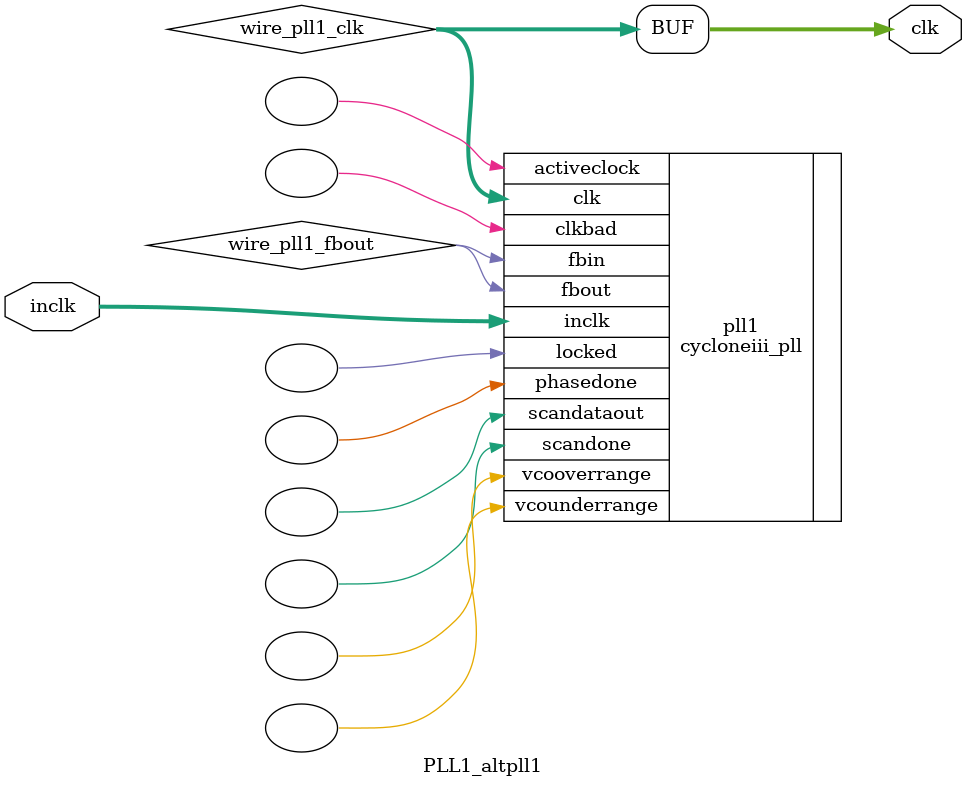
<source format=v>






//synthesis_resources = cycloneiii_pll 1 
//synopsys translate_off
`timescale 1 ps / 1 ps
//synopsys translate_on
module  PLL1_altpll1
	( 
	clk,
	inclk) /* synthesis synthesis_clearbox=1 */;
	output   [4:0]  clk;
	input   [1:0]  inclk;
`ifndef ALTERA_RESERVED_QIS
// synopsys translate_off
`endif
	tri0   [1:0]  inclk;
`ifndef ALTERA_RESERVED_QIS
// synopsys translate_on
`endif

	wire  [4:0]   wire_pll1_clk;
	wire  wire_pll1_fbout;

	cycloneiii_pll   pll1
	( 
	.activeclock(),
	.clk(wire_pll1_clk),
	.clkbad(),
	.fbin(wire_pll1_fbout),
	.fbout(wire_pll1_fbout),
	.inclk(inclk),
	.locked(),
	.phasedone(),
	.scandataout(),
	.scandone(),
	.vcooverrange(),
	.vcounderrange()
	`ifndef FORMAL_VERIFICATION
	// synopsys translate_off
	`endif
	,
	.areset(1'b0),
	.clkswitch(1'b0),
	.configupdate(1'b0),
	.pfdena(1'b1),
	.phasecounterselect({3{1'b0}}),
	.phasestep(1'b0),
	.phaseupdown(1'b0),
	.scanclk(1'b0),
	.scanclkena(1'b1),
	.scandata(1'b0)
	`ifndef FORMAL_VERIFICATION
	// synopsys translate_on
	`endif
	);
	defparam
		pll1.bandwidth_type = "auto",
		pll1.clk0_divide_by = 20,
		pll1.clk0_duty_cycle = 50,
		pll1.clk0_multiply_by = 1,
		pll1.clk0_phase_shift = "0",
		pll1.clk1_divide_by = 5000,
		pll1.clk1_duty_cycle = 50,
		pll1.clk1_multiply_by = 1,
		pll1.clk1_phase_shift = "0",
		pll1.compensate_clock = "clk0",
		pll1.inclk0_input_frequency = 50000,
		pll1.operation_mode = "normal",
		pll1.pll_type = "auto",
		pll1.lpm_type = "cycloneiii_pll";
	assign
		clk = {wire_pll1_clk[4:0]};
endmodule //PLL1_altpll1
//VALID FILE

</source>
